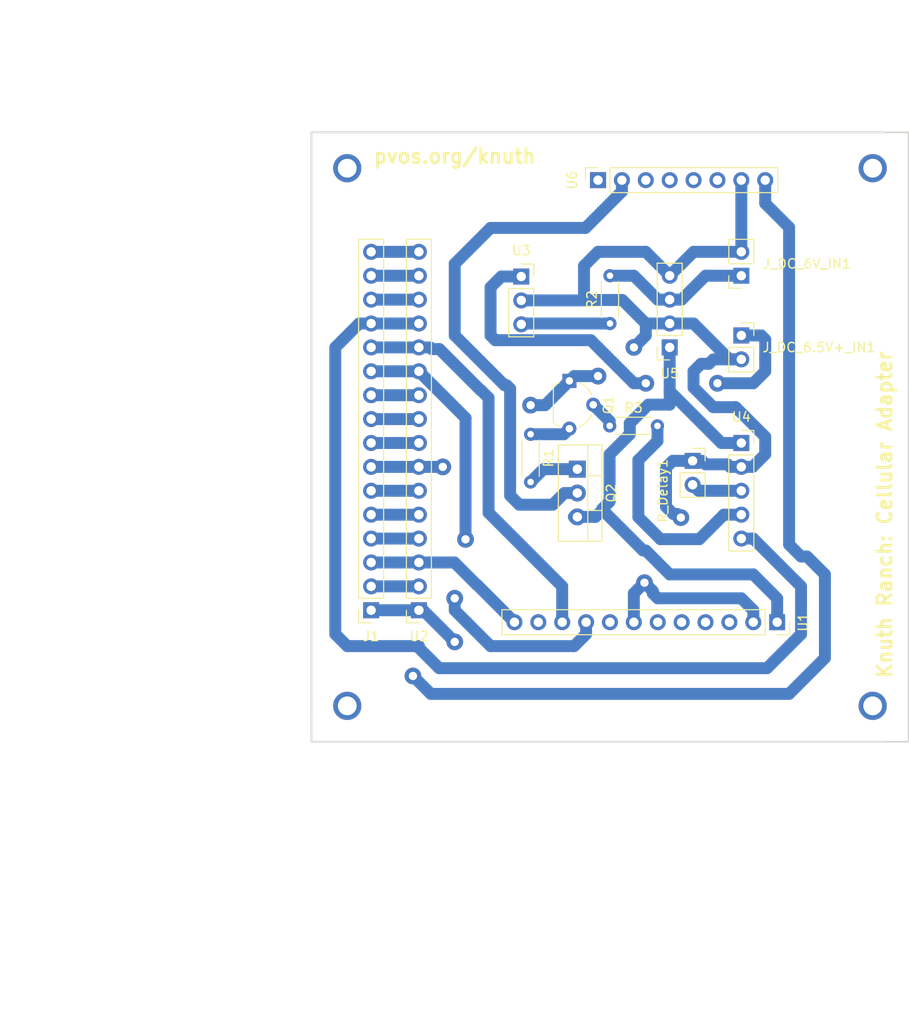
<source format=kicad_pcb>
(kicad_pcb (version 20171130) (host pcbnew 5.0.2-bee76a0~70~ubuntu18.04.1)

  (general
    (thickness 1.6)
    (drawings 37)
    (tracks 204)
    (zones 0)
    (modules 15)
    (nets 27)
  )

  (page A4)
  (layers
    (0 F.Cu signal)
    (31 B.Cu signal)
    (32 B.Adhes user)
    (33 F.Adhes user)
    (34 B.Paste user)
    (35 F.Paste user)
    (36 B.SilkS user)
    (37 F.SilkS user)
    (38 B.Mask user)
    (39 F.Mask user)
    (40 Dwgs.User user)
    (41 Cmts.User user)
    (42 Eco1.User user)
    (43 Eco2.User user)
    (44 Edge.Cuts user)
    (45 Margin user)
    (46 B.CrtYd user)
    (47 F.CrtYd user)
    (48 B.Fab user)
    (49 F.Fab user)
  )

  (setup
    (last_trace_width 1.27)
    (user_trace_width 0.254)
    (user_trace_width 0.381)
    (user_trace_width 0.635)
    (user_trace_width 1.27)
    (user_trace_width 1.905)
    (user_trace_width 2.54)
    (trace_clearance 0.2)
    (zone_clearance 0.508)
    (zone_45_only no)
    (trace_min 0.2)
    (segment_width 0.2)
    (edge_width 0.15)
    (via_size 1.778)
    (via_drill 0.889)
    (via_min_size 0.4)
    (via_min_drill 0.508)
    (uvia_size 0.3)
    (uvia_drill 0.1)
    (uvias_allowed no)
    (uvia_min_size 0.2)
    (uvia_min_drill 0.1)
    (pcb_text_width 0.3)
    (pcb_text_size 1.5 1.5)
    (mod_edge_width 0.15)
    (mod_text_size 1 1)
    (mod_text_width 0.15)
    (pad_size 1.4 1.4)
    (pad_drill 0.7)
    (pad_to_mask_clearance 0.051)
    (solder_mask_min_width 0.25)
    (aux_axis_origin 0 0)
    (visible_elements FFFDFF7F)
    (pcbplotparams
      (layerselection 0x010fc_ffffffff)
      (usegerberextensions false)
      (usegerberattributes false)
      (usegerberadvancedattributes false)
      (creategerberjobfile false)
      (excludeedgelayer true)
      (linewidth 0.100000)
      (plotframeref false)
      (viasonmask false)
      (mode 1)
      (useauxorigin false)
      (hpglpennumber 1)
      (hpglpenspeed 20)
      (hpglpendiameter 15.000000)
      (psnegative false)
      (psa4output false)
      (plotreference true)
      (plotvalue true)
      (plotinvisibletext false)
      (padsonsilk false)
      (subtractmaskfromsilk false)
      (outputformat 1)
      (mirror false)
      (drillshape 0)
      (scaleselection 1)
      (outputdirectory "gerb/"))
  )

  (net 0 "")
  (net 1 "Net-(J_DC_6.5V+_IN1-Pad1)")
  (net 2 GND)
  (net 3 "Net-(J_DC_6V_IN1-Pad1)")
  (net 4 "Net-(Q2-Pad1)")
  (net 5 "Net-(R2-Pad1)")
  (net 6 "Net-(R3-Pad2)")
  (net 7 "Net-(Q1-Pad2)")
  (net 8 "Net-(R_Delay1-Pad2)")
  (net 9 +BATT)
  (net 10 "Net-(Q2-Pad2)")
  (net 11 "Net-(J1-Pad3)")
  (net 12 "Net-(J1-Pad12)")
  (net 13 "Net-(J1-Pad11)")
  (net 14 "Net-(J1-Pad16)")
  (net 15 "Net-(J1-Pad15)")
  (net 16 "Net-(J1-Pad14)")
  (net 17 "Net-(J1-Pad13)")
  (net 18 "Net-(J1-Pad10)")
  (net 19 "Net-(J1-Pad9)")
  (net 20 "Net-(J1-Pad8)")
  (net 21 "Net-(J1-Pad6)")
  (net 22 "Net-(J1-Pad5)")
  (net 23 "Net-(J1-Pad4)")
  (net 24 "Net-(J1-Pad2)")
  (net 25 "Net-(J1-Pad1)")
  (net 26 "Net-(Q1-Pad3)")

  (net_class Default "This is the default net class."
    (clearance 0.2)
    (trace_width 0.25)
    (via_dia 1.778)
    (via_drill 0.889)
    (uvia_dia 0.3)
    (uvia_drill 0.1)
    (add_net +BATT)
    (add_net GND)
    (add_net "Net-(J1-Pad1)")
    (add_net "Net-(J1-Pad10)")
    (add_net "Net-(J1-Pad11)")
    (add_net "Net-(J1-Pad12)")
    (add_net "Net-(J1-Pad13)")
    (add_net "Net-(J1-Pad14)")
    (add_net "Net-(J1-Pad15)")
    (add_net "Net-(J1-Pad16)")
    (add_net "Net-(J1-Pad2)")
    (add_net "Net-(J1-Pad3)")
    (add_net "Net-(J1-Pad4)")
    (add_net "Net-(J1-Pad5)")
    (add_net "Net-(J1-Pad6)")
    (add_net "Net-(J1-Pad8)")
    (add_net "Net-(J1-Pad9)")
    (add_net "Net-(J_DC_6.5V+_IN1-Pad1)")
    (add_net "Net-(J_DC_6V_IN1-Pad1)")
    (add_net "Net-(Q1-Pad2)")
    (add_net "Net-(Q1-Pad3)")
    (add_net "Net-(Q2-Pad1)")
    (add_net "Net-(Q2-Pad2)")
    (add_net "Net-(R2-Pad1)")
    (add_net "Net-(R3-Pad2)")
    (add_net "Net-(R_Delay1-Pad2)")
  )

  (module Connector_PinSocket_2.54mm:PinSocket_1x02_P2.54mm_Vertical (layer F.Cu) (tedit 5A19A420) (tstamp 5D1A7A85)
    (at 254 77.47)
    (descr "Through hole straight socket strip, 1x02, 2.54mm pitch, single row (from Kicad 4.0.7), script generated")
    (tags "Through hole socket strip THT 1x02 2.54mm single row")
    (path /5D1BF711)
    (fp_text reference J_DC_6.5V+_IN1 (at 8.255 1.27 180) (layer F.SilkS)
      (effects (font (size 1 1) (thickness 0.15)))
    )
    (fp_text value Conn_01x02_Female (at 0 5.31) (layer F.Fab)
      (effects (font (size 1 1) (thickness 0.15)))
    )
    (fp_line (start -1.27 -1.27) (end 0.635 -1.27) (layer F.Fab) (width 0.1))
    (fp_line (start 0.635 -1.27) (end 1.27 -0.635) (layer F.Fab) (width 0.1))
    (fp_line (start 1.27 -0.635) (end 1.27 3.81) (layer F.Fab) (width 0.1))
    (fp_line (start 1.27 3.81) (end -1.27 3.81) (layer F.Fab) (width 0.1))
    (fp_line (start -1.27 3.81) (end -1.27 -1.27) (layer F.Fab) (width 0.1))
    (fp_line (start -1.33 1.27) (end 1.33 1.27) (layer F.SilkS) (width 0.12))
    (fp_line (start -1.33 1.27) (end -1.33 3.87) (layer F.SilkS) (width 0.12))
    (fp_line (start -1.33 3.87) (end 1.33 3.87) (layer F.SilkS) (width 0.12))
    (fp_line (start 1.33 1.27) (end 1.33 3.87) (layer F.SilkS) (width 0.12))
    (fp_line (start 1.33 -1.33) (end 1.33 0) (layer F.SilkS) (width 0.12))
    (fp_line (start 0 -1.33) (end 1.33 -1.33) (layer F.SilkS) (width 0.12))
    (fp_line (start -1.8 -1.8) (end 1.75 -1.8) (layer F.CrtYd) (width 0.05))
    (fp_line (start 1.75 -1.8) (end 1.75 4.3) (layer F.CrtYd) (width 0.05))
    (fp_line (start 1.75 4.3) (end -1.8 4.3) (layer F.CrtYd) (width 0.05))
    (fp_line (start -1.8 4.3) (end -1.8 -1.8) (layer F.CrtYd) (width 0.05))
    (fp_text user %R (at 0 1.27 90) (layer F.Fab)
      (effects (font (size 1 1) (thickness 0.15)))
    )
    (pad 1 thru_hole rect (at 0 0) (size 1.7 1.7) (drill 1) (layers *.Cu *.Mask)
      (net 1 "Net-(J_DC_6.5V+_IN1-Pad1)"))
    (pad 2 thru_hole oval (at 0 2.54) (size 1.7 1.7) (drill 1) (layers *.Cu *.Mask)
      (net 2 GND))
    (model ${KISYS3DMOD}/Connector_PinSocket_2.54mm.3dshapes/PinSocket_1x02_P2.54mm_Vertical.wrl
      (at (xyz 0 0 0))
      (scale (xyz 1 1 1))
      (rotate (xyz 0 0 0))
    )
  )

  (module Connector_PinSocket_2.54mm:PinSocket_1x02_P2.54mm_Vertical (layer F.Cu) (tedit 5A19A420) (tstamp 5D26F7CA)
    (at 254 71.12 180)
    (descr "Through hole straight socket strip, 1x02, 2.54mm pitch, single row (from Kicad 4.0.7), script generated")
    (tags "Through hole socket strip THT 1x02 2.54mm single row")
    (path /5D1B33C1)
    (fp_text reference J_DC_6V_IN1 (at -6.985 1.27 180) (layer F.SilkS)
      (effects (font (size 1 1) (thickness 0.15)))
    )
    (fp_text value Conn_01x02_Female (at 0 5.31 180) (layer F.Fab)
      (effects (font (size 1 1) (thickness 0.15)))
    )
    (fp_text user %R (at 0 1.27 270) (layer F.Fab)
      (effects (font (size 1 1) (thickness 0.15)))
    )
    (fp_line (start -1.8 4.3) (end -1.8 -1.8) (layer F.CrtYd) (width 0.05))
    (fp_line (start 1.75 4.3) (end -1.8 4.3) (layer F.CrtYd) (width 0.05))
    (fp_line (start 1.75 -1.8) (end 1.75 4.3) (layer F.CrtYd) (width 0.05))
    (fp_line (start -1.8 -1.8) (end 1.75 -1.8) (layer F.CrtYd) (width 0.05))
    (fp_line (start 0 -1.33) (end 1.33 -1.33) (layer F.SilkS) (width 0.12))
    (fp_line (start 1.33 -1.33) (end 1.33 0) (layer F.SilkS) (width 0.12))
    (fp_line (start 1.33 1.27) (end 1.33 3.87) (layer F.SilkS) (width 0.12))
    (fp_line (start -1.33 3.87) (end 1.33 3.87) (layer F.SilkS) (width 0.12))
    (fp_line (start -1.33 1.27) (end -1.33 3.87) (layer F.SilkS) (width 0.12))
    (fp_line (start -1.33 1.27) (end 1.33 1.27) (layer F.SilkS) (width 0.12))
    (fp_line (start -1.27 3.81) (end -1.27 -1.27) (layer F.Fab) (width 0.1))
    (fp_line (start 1.27 3.81) (end -1.27 3.81) (layer F.Fab) (width 0.1))
    (fp_line (start 1.27 -0.635) (end 1.27 3.81) (layer F.Fab) (width 0.1))
    (fp_line (start 0.635 -1.27) (end 1.27 -0.635) (layer F.Fab) (width 0.1))
    (fp_line (start -1.27 -1.27) (end 0.635 -1.27) (layer F.Fab) (width 0.1))
    (pad 2 thru_hole oval (at 0 2.54 180) (size 1.7 1.7) (drill 1) (layers *.Cu *.Mask)
      (net 2 GND))
    (pad 1 thru_hole rect (at 0 0 180) (size 1.7 1.7) (drill 1) (layers *.Cu *.Mask)
      (net 3 "Net-(J_DC_6V_IN1-Pad1)"))
    (model ${KISYS3DMOD}/Connector_PinSocket_2.54mm.3dshapes/PinSocket_1x02_P2.54mm_Vertical.wrl
      (at (xyz 0 0 0))
      (scale (xyz 1 1 1))
      (rotate (xyz 0 0 0))
    )
  )

  (module Resistor_THT:R_Axial_DIN0204_L3.6mm_D1.6mm_P5.08mm_Horizontal (layer F.Cu) (tedit 5AE5139B) (tstamp 5D26F7DD)
    (at 231.59 93.05 90)
    (descr "Resistor, Axial_DIN0204 series, Axial, Horizontal, pin pitch=5.08mm, 0.167W, length*diameter=3.6*1.6mm^2, http://cdn-reichelt.de/documents/datenblatt/B400/1_4W%23YAG.pdf")
    (tags "Resistor Axial_DIN0204 series Axial Horizontal pin pitch 5.08mm 0.167W length 3.6mm diameter 1.6mm")
    (path /5D190899)
    (fp_text reference R1 (at 2.54 1.905 90) (layer F.SilkS)
      (effects (font (size 1 1) (thickness 0.15)))
    )
    (fp_text value R (at 2.54 1.92 90) (layer F.Fab)
      (effects (font (size 1 1) (thickness 0.15)))
    )
    (fp_line (start 0.74 -0.8) (end 0.74 0.8) (layer F.Fab) (width 0.1))
    (fp_line (start 0.74 0.8) (end 4.34 0.8) (layer F.Fab) (width 0.1))
    (fp_line (start 4.34 0.8) (end 4.34 -0.8) (layer F.Fab) (width 0.1))
    (fp_line (start 4.34 -0.8) (end 0.74 -0.8) (layer F.Fab) (width 0.1))
    (fp_line (start 0 0) (end 0.74 0) (layer F.Fab) (width 0.1))
    (fp_line (start 5.08 0) (end 4.34 0) (layer F.Fab) (width 0.1))
    (fp_line (start 0.62 -0.92) (end 4.46 -0.92) (layer F.SilkS) (width 0.12))
    (fp_line (start 0.62 0.92) (end 4.46 0.92) (layer F.SilkS) (width 0.12))
    (fp_line (start -0.95 -1.05) (end -0.95 1.05) (layer F.CrtYd) (width 0.05))
    (fp_line (start -0.95 1.05) (end 6.03 1.05) (layer F.CrtYd) (width 0.05))
    (fp_line (start 6.03 1.05) (end 6.03 -1.05) (layer F.CrtYd) (width 0.05))
    (fp_line (start 6.03 -1.05) (end -0.95 -1.05) (layer F.CrtYd) (width 0.05))
    (fp_text user %R (at 2.54 0 90) (layer F.Fab)
      (effects (font (size 0.72 0.72) (thickness 0.108)))
    )
    (pad 1 thru_hole circle (at 0 0 90) (size 1.4 1.4) (drill 0.7) (layers *.Cu *.Mask)
      (net 4 "Net-(Q2-Pad1)"))
    (pad 2 thru_hole oval (at 5.08 0 90) (size 1.4 1.4) (drill 0.7) (layers *.Cu *.Mask)
      (net 26 "Net-(Q1-Pad3)"))
    (model ${KISYS3DMOD}/Resistor_THT.3dshapes/R_Axial_DIN0204_L3.6mm_D1.6mm_P5.08mm_Horizontal.wrl
      (at (xyz 0 0 0))
      (scale (xyz 1 1 1))
      (rotate (xyz 0 0 0))
    )
  )

  (module Resistor_THT:R_Axial_DIN0204_L3.6mm_D1.6mm_P5.08mm_Horizontal (layer F.Cu) (tedit 5D1A83D7) (tstamp 5D270B33)
    (at 240.03 76.2 90)
    (descr "Resistor, Axial_DIN0204 series, Axial, Horizontal, pin pitch=5.08mm, 0.167W, length*diameter=3.6*1.6mm^2, http://cdn-reichelt.de/documents/datenblatt/B400/1_4W%23YAG.pdf")
    (tags "Resistor Axial_DIN0204 series Axial Horizontal pin pitch 5.08mm 0.167W length 3.6mm diameter 1.6mm")
    (path /5D1CAEE6)
    (fp_text reference R2 (at 2.54 -1.92 90) (layer F.SilkS)
      (effects (font (size 1 1) (thickness 0.15)))
    )
    (fp_text value R (at 2.54 1.92 90) (layer F.Fab)
      (effects (font (size 1 1) (thickness 0.15)))
    )
    (fp_line (start 0.74 -0.8) (end 0.74 0.8) (layer F.Fab) (width 0.1))
    (fp_line (start 0.74 0.8) (end 4.34 0.8) (layer F.Fab) (width 0.1))
    (fp_line (start 4.34 0.8) (end 4.34 -0.8) (layer F.Fab) (width 0.1))
    (fp_line (start 4.34 -0.8) (end 0.74 -0.8) (layer F.Fab) (width 0.1))
    (fp_line (start 0 0) (end 0.74 0) (layer F.Fab) (width 0.1))
    (fp_line (start 5.08 0) (end 4.34 0) (layer F.Fab) (width 0.1))
    (fp_line (start 0.62 -0.92) (end 4.46 -0.92) (layer F.SilkS) (width 0.12))
    (fp_line (start 0.62 0.92) (end 4.46 0.92) (layer F.SilkS) (width 0.12))
    (fp_line (start -0.95 -1.05) (end -0.95 1.05) (layer F.CrtYd) (width 0.05))
    (fp_line (start -0.95 1.05) (end 6.03 1.05) (layer F.CrtYd) (width 0.05))
    (fp_line (start 6.03 1.05) (end 6.03 -1.05) (layer F.CrtYd) (width 0.05))
    (fp_line (start 6.03 -1.05) (end -0.95 -1.05) (layer F.CrtYd) (width 0.05))
    (fp_text user %R (at 2.54 0 90) (layer F.Fab)
      (effects (font (size 0.72 0.72) (thickness 0.108)))
    )
    (pad 1 thru_hole circle (at 0 0 90) (size 1.4 1.4) (drill 0.7) (layers *.Cu *.Mask)
      (net 5 "Net-(R2-Pad1)"))
    (pad 2 thru_hole oval (at 5.08 0 90) (size 1.4 1.4) (drill 0.7) (layers *.Cu *.Mask)
      (net 3 "Net-(J_DC_6V_IN1-Pad1)"))
    (model ${KISYS3DMOD}/Resistor_THT.3dshapes/R_Axial_DIN0204_L3.6mm_D1.6mm_P5.08mm_Horizontal.wrl
      (at (xyz 0 0 0))
      (scale (xyz 1 1 1))
      (rotate (xyz 0 0 0))
    )
  )

  (module Resistor_THT:R_Axial_DIN0204_L3.6mm_D1.6mm_P5.08mm_Horizontal (layer F.Cu) (tedit 5AE5139B) (tstamp 5D27141F)
    (at 240 87.08)
    (descr "Resistor, Axial_DIN0204 series, Axial, Horizontal, pin pitch=5.08mm, 0.167W, length*diameter=3.6*1.6mm^2, http://cdn-reichelt.de/documents/datenblatt/B400/1_4W%23YAG.pdf")
    (tags "Resistor Axial_DIN0204 series Axial Horizontal pin pitch 5.08mm 0.167W length 3.6mm diameter 1.6mm")
    (path /5D198BCF)
    (fp_text reference R3 (at 2.54 -1.92) (layer F.SilkS)
      (effects (font (size 1 1) (thickness 0.15)))
    )
    (fp_text value R (at 2.54 1.92) (layer F.Fab)
      (effects (font (size 1 1) (thickness 0.15)))
    )
    (fp_text user %R (at 2.54 0) (layer F.Fab)
      (effects (font (size 0.72 0.72) (thickness 0.108)))
    )
    (fp_line (start 6.03 -1.05) (end -0.95 -1.05) (layer F.CrtYd) (width 0.05))
    (fp_line (start 6.03 1.05) (end 6.03 -1.05) (layer F.CrtYd) (width 0.05))
    (fp_line (start -0.95 1.05) (end 6.03 1.05) (layer F.CrtYd) (width 0.05))
    (fp_line (start -0.95 -1.05) (end -0.95 1.05) (layer F.CrtYd) (width 0.05))
    (fp_line (start 0.62 0.92) (end 4.46 0.92) (layer F.SilkS) (width 0.12))
    (fp_line (start 0.62 -0.92) (end 4.46 -0.92) (layer F.SilkS) (width 0.12))
    (fp_line (start 5.08 0) (end 4.34 0) (layer F.Fab) (width 0.1))
    (fp_line (start 0 0) (end 0.74 0) (layer F.Fab) (width 0.1))
    (fp_line (start 4.34 -0.8) (end 0.74 -0.8) (layer F.Fab) (width 0.1))
    (fp_line (start 4.34 0.8) (end 4.34 -0.8) (layer F.Fab) (width 0.1))
    (fp_line (start 0.74 0.8) (end 4.34 0.8) (layer F.Fab) (width 0.1))
    (fp_line (start 0.74 -0.8) (end 0.74 0.8) (layer F.Fab) (width 0.1))
    (pad 2 thru_hole oval (at 5.08 0) (size 1.4 1.4) (drill 0.7) (layers *.Cu *.Mask)
      (net 6 "Net-(R3-Pad2)"))
    (pad 1 thru_hole circle (at 0 0) (size 1.4 1.4) (drill 0.7) (layers *.Cu *.Mask)
      (net 7 "Net-(Q1-Pad2)"))
    (model ${KISYS3DMOD}/Resistor_THT.3dshapes/R_Axial_DIN0204_L3.6mm_D1.6mm_P5.08mm_Horizontal.wrl
      (at (xyz 0 0 0))
      (scale (xyz 1 1 1))
      (rotate (xyz 0 0 0))
    )
  )

  (module Connector_PinSocket_2.54mm:PinSocket_1x02_P2.54mm_Vertical (layer F.Cu) (tedit 5A19A420) (tstamp 5D26FF4A)
    (at 248.82 90.8)
    (descr "Through hole straight socket strip, 1x02, 2.54mm pitch, single row (from Kicad 4.0.7), script generated")
    (tags "Through hole socket strip THT 1x02 2.54mm single row")
    (path /5D197A39)
    (fp_text reference R_Delay1 (at -3.175 3.175 90) (layer F.SilkS)
      (effects (font (size 1 1) (thickness 0.15)))
    )
    (fp_text value Conn_01x02_Female (at 0 5.31) (layer F.Fab)
      (effects (font (size 1 1) (thickness 0.15)))
    )
    (fp_line (start -1.27 -1.27) (end 0.635 -1.27) (layer F.Fab) (width 0.1))
    (fp_line (start 0.635 -1.27) (end 1.27 -0.635) (layer F.Fab) (width 0.1))
    (fp_line (start 1.27 -0.635) (end 1.27 3.81) (layer F.Fab) (width 0.1))
    (fp_line (start 1.27 3.81) (end -1.27 3.81) (layer F.Fab) (width 0.1))
    (fp_line (start -1.27 3.81) (end -1.27 -1.27) (layer F.Fab) (width 0.1))
    (fp_line (start -1.33 1.27) (end 1.33 1.27) (layer F.SilkS) (width 0.12))
    (fp_line (start -1.33 1.27) (end -1.33 3.87) (layer F.SilkS) (width 0.12))
    (fp_line (start -1.33 3.87) (end 1.33 3.87) (layer F.SilkS) (width 0.12))
    (fp_line (start 1.33 1.27) (end 1.33 3.87) (layer F.SilkS) (width 0.12))
    (fp_line (start 1.33 -1.33) (end 1.33 0) (layer F.SilkS) (width 0.12))
    (fp_line (start 0 -1.33) (end 1.33 -1.33) (layer F.SilkS) (width 0.12))
    (fp_line (start -1.8 -1.8) (end 1.75 -1.8) (layer F.CrtYd) (width 0.05))
    (fp_line (start 1.75 -1.8) (end 1.75 4.3) (layer F.CrtYd) (width 0.05))
    (fp_line (start 1.75 4.3) (end -1.8 4.3) (layer F.CrtYd) (width 0.05))
    (fp_line (start -1.8 4.3) (end -1.8 -1.8) (layer F.CrtYd) (width 0.05))
    (fp_text user %R (at 0 1.27 90) (layer F.Fab)
      (effects (font (size 1 1) (thickness 0.15)))
    )
    (pad 1 thru_hole rect (at 0 0) (size 1.7 1.7) (drill 1) (layers *.Cu *.Mask)
      (net 2 GND))
    (pad 2 thru_hole oval (at 0 2.54) (size 1.7 1.7) (drill 1) (layers *.Cu *.Mask)
      (net 8 "Net-(R_Delay1-Pad2)"))
    (model ${KISYS3DMOD}/Connector_PinSocket_2.54mm.3dshapes/PinSocket_1x02_P2.54mm_Vertical.wrl
      (at (xyz 0 0 0))
      (scale (xyz 1 1 1))
      (rotate (xyz 0 0 0))
    )
  )

  (module Connector_PinSocket_2.54mm:PinSocket_1x16_P2.54mm_Vertical (layer F.Cu) (tedit 5A19A41E) (tstamp 5D26F861)
    (at 219.71 106.68 180)
    (descr "Through hole straight socket strip, 1x16, 2.54mm pitch, single row (from Kicad 4.0.7), script generated")
    (tags "Through hole socket strip THT 1x16 2.54mm single row")
    (path /5D19C257)
    (fp_text reference U2 (at 0 -2.77 180) (layer F.SilkS)
      (effects (font (size 1 1) (thickness 0.15)))
    )
    (fp_text value Q_RHS (at 0 40.87 180) (layer F.Fab)
      (effects (font (size 1 1) (thickness 0.15)))
    )
    (fp_text user %R (at 0 19.05 270) (layer F.Fab)
      (effects (font (size 1 1) (thickness 0.15)))
    )
    (fp_line (start -1.8 39.9) (end -1.8 -1.8) (layer F.CrtYd) (width 0.05))
    (fp_line (start 1.75 39.9) (end -1.8 39.9) (layer F.CrtYd) (width 0.05))
    (fp_line (start 1.75 -1.8) (end 1.75 39.9) (layer F.CrtYd) (width 0.05))
    (fp_line (start -1.8 -1.8) (end 1.75 -1.8) (layer F.CrtYd) (width 0.05))
    (fp_line (start 0 -1.33) (end 1.33 -1.33) (layer F.SilkS) (width 0.12))
    (fp_line (start 1.33 -1.33) (end 1.33 0) (layer F.SilkS) (width 0.12))
    (fp_line (start 1.33 1.27) (end 1.33 39.43) (layer F.SilkS) (width 0.12))
    (fp_line (start -1.33 39.43) (end 1.33 39.43) (layer F.SilkS) (width 0.12))
    (fp_line (start -1.33 1.27) (end -1.33 39.43) (layer F.SilkS) (width 0.12))
    (fp_line (start -1.33 1.27) (end 1.33 1.27) (layer F.SilkS) (width 0.12))
    (fp_line (start -1.27 39.37) (end -1.27 -1.27) (layer F.Fab) (width 0.1))
    (fp_line (start 1.27 39.37) (end -1.27 39.37) (layer F.Fab) (width 0.1))
    (fp_line (start 1.27 -0.635) (end 1.27 39.37) (layer F.Fab) (width 0.1))
    (fp_line (start 0.635 -1.27) (end 1.27 -0.635) (layer F.Fab) (width 0.1))
    (fp_line (start -1.27 -1.27) (end 0.635 -1.27) (layer F.Fab) (width 0.1))
    (pad 16 thru_hole oval (at 0 38.1 180) (size 1.7 1.7) (drill 1) (layers *.Cu *.Mask)
      (net 14 "Net-(J1-Pad16)"))
    (pad 15 thru_hole oval (at 0 35.56 180) (size 1.7 1.7) (drill 1) (layers *.Cu *.Mask)
      (net 15 "Net-(J1-Pad15)"))
    (pad 14 thru_hole oval (at 0 33.02 180) (size 1.7 1.7) (drill 1) (layers *.Cu *.Mask)
      (net 16 "Net-(J1-Pad14)"))
    (pad 13 thru_hole oval (at 0 30.48 180) (size 1.7 1.7) (drill 1) (layers *.Cu *.Mask)
      (net 17 "Net-(J1-Pad13)"))
    (pad 12 thru_hole oval (at 0 27.94 180) (size 1.7 1.7) (drill 1) (layers *.Cu *.Mask)
      (net 12 "Net-(J1-Pad12)"))
    (pad 11 thru_hole oval (at 0 25.4 180) (size 1.7 1.7) (drill 1) (layers *.Cu *.Mask)
      (net 13 "Net-(J1-Pad11)"))
    (pad 10 thru_hole oval (at 0 22.86 180) (size 1.7 1.7) (drill 1) (layers *.Cu *.Mask)
      (net 18 "Net-(J1-Pad10)"))
    (pad 9 thru_hole oval (at 0 20.32 180) (size 1.7 1.7) (drill 1) (layers *.Cu *.Mask)
      (net 19 "Net-(J1-Pad9)"))
    (pad 8 thru_hole oval (at 0 17.78 180) (size 1.7 1.7) (drill 1) (layers *.Cu *.Mask)
      (net 20 "Net-(J1-Pad8)"))
    (pad 7 thru_hole oval (at 0 15.24 180) (size 1.7 1.7) (drill 1) (layers *.Cu *.Mask)
      (net 2 GND))
    (pad 6 thru_hole oval (at 0 12.7 180) (size 1.7 1.7) (drill 1) (layers *.Cu *.Mask)
      (net 21 "Net-(J1-Pad6)"))
    (pad 5 thru_hole oval (at 0 10.16 180) (size 1.7 1.7) (drill 1) (layers *.Cu *.Mask)
      (net 22 "Net-(J1-Pad5)"))
    (pad 4 thru_hole oval (at 0 7.62 180) (size 1.7 1.7) (drill 1) (layers *.Cu *.Mask)
      (net 23 "Net-(J1-Pad4)"))
    (pad 3 thru_hole oval (at 0 5.08 180) (size 1.7 1.7) (drill 1) (layers *.Cu *.Mask)
      (net 11 "Net-(J1-Pad3)"))
    (pad 2 thru_hole oval (at 0 2.54 180) (size 1.7 1.7) (drill 1) (layers *.Cu *.Mask)
      (net 24 "Net-(J1-Pad2)"))
    (pad 1 thru_hole rect (at 0 0 180) (size 1.7 1.7) (drill 1) (layers *.Cu *.Mask)
      (net 25 "Net-(J1-Pad1)"))
    (model ${KISYS3DMOD}/Connector_PinSocket_2.54mm.3dshapes/PinSocket_1x16_P2.54mm_Vertical.wrl
      (at (xyz 0 0 0))
      (scale (xyz 1 1 1))
      (rotate (xyz 0 0 0))
    )
  )

  (module Connector_PinSocket_2.54mm:PinSocket_1x03_P2.54mm_Vertical (layer F.Cu) (tedit 5A19A429) (tstamp 5D26F878)
    (at 230.596529 71.205865)
    (descr "Through hole straight socket strip, 1x03, 2.54mm pitch, single row (from Kicad 4.0.7), script generated")
    (tags "Through hole socket strip THT 1x03 2.54mm single row")
    (path /5D1B5FD5)
    (fp_text reference U3 (at 0 -2.77) (layer F.SilkS)
      (effects (font (size 1 1) (thickness 0.15)))
    )
    (fp_text value CUI_5V_SWITCHING (at 0 7.85) (layer F.Fab)
      (effects (font (size 1 1) (thickness 0.15)))
    )
    (fp_line (start -1.27 -1.27) (end 0.635 -1.27) (layer F.Fab) (width 0.1))
    (fp_line (start 0.635 -1.27) (end 1.27 -0.635) (layer F.Fab) (width 0.1))
    (fp_line (start 1.27 -0.635) (end 1.27 6.35) (layer F.Fab) (width 0.1))
    (fp_line (start 1.27 6.35) (end -1.27 6.35) (layer F.Fab) (width 0.1))
    (fp_line (start -1.27 6.35) (end -1.27 -1.27) (layer F.Fab) (width 0.1))
    (fp_line (start -1.33 1.27) (end 1.33 1.27) (layer F.SilkS) (width 0.12))
    (fp_line (start -1.33 1.27) (end -1.33 6.41) (layer F.SilkS) (width 0.12))
    (fp_line (start -1.33 6.41) (end 1.33 6.41) (layer F.SilkS) (width 0.12))
    (fp_line (start 1.33 1.27) (end 1.33 6.41) (layer F.SilkS) (width 0.12))
    (fp_line (start 1.33 -1.33) (end 1.33 0) (layer F.SilkS) (width 0.12))
    (fp_line (start 0 -1.33) (end 1.33 -1.33) (layer F.SilkS) (width 0.12))
    (fp_line (start -1.8 -1.8) (end 1.75 -1.8) (layer F.CrtYd) (width 0.05))
    (fp_line (start 1.75 -1.8) (end 1.75 6.85) (layer F.CrtYd) (width 0.05))
    (fp_line (start 1.75 6.85) (end -1.8 6.85) (layer F.CrtYd) (width 0.05))
    (fp_line (start -1.8 6.85) (end -1.8 -1.8) (layer F.CrtYd) (width 0.05))
    (fp_text user %R (at 0 2.54 -270) (layer F.Fab)
      (effects (font (size 1 1) (thickness 0.15)))
    )
    (pad 1 thru_hole rect (at 0 0) (size 1.7 1.7) (drill 1) (layers *.Cu *.Mask)
      (net 1 "Net-(J_DC_6.5V+_IN1-Pad1)"))
    (pad 2 thru_hole oval (at 0 2.54) (size 1.7 1.7) (drill 1) (layers *.Cu *.Mask)
      (net 2 GND))
    (pad 3 thru_hole oval (at 0 5.08) (size 1.7 1.7) (drill 1) (layers *.Cu *.Mask)
      (net 5 "Net-(R2-Pad1)"))
    (model ${KISYS3DMOD}/Connector_PinSocket_2.54mm.3dshapes/PinSocket_1x03_P2.54mm_Vertical.wrl
      (at (xyz 0 0 0))
      (scale (xyz 1 1 1))
      (rotate (xyz 0 0 0))
    )
  )

  (module Connector_PinSocket_2.54mm:PinSocket_1x05_P2.54mm_Vertical (layer F.Cu) (tedit 5A19A420) (tstamp 5D2702E4)
    (at 254 88.9)
    (descr "Through hole straight socket strip, 1x05, 2.54mm pitch, single row (from Kicad 4.0.7), script generated")
    (tags "Through hole socket strip THT 1x05 2.54mm single row")
    (path /5D196517)
    (fp_text reference U4 (at 0 -2.77) (layer F.SilkS)
      (effects (font (size 1 1) (thickness 0.15)))
    )
    (fp_text value tpl5110 (at 0 12.93) (layer F.Fab)
      (effects (font (size 1 1) (thickness 0.15)))
    )
    (fp_line (start -1.27 -1.27) (end 0.635 -1.27) (layer F.Fab) (width 0.1))
    (fp_line (start 0.635 -1.27) (end 1.27 -0.635) (layer F.Fab) (width 0.1))
    (fp_line (start 1.27 -0.635) (end 1.27 11.43) (layer F.Fab) (width 0.1))
    (fp_line (start 1.27 11.43) (end -1.27 11.43) (layer F.Fab) (width 0.1))
    (fp_line (start -1.27 11.43) (end -1.27 -1.27) (layer F.Fab) (width 0.1))
    (fp_line (start -1.33 1.27) (end 1.33 1.27) (layer F.SilkS) (width 0.12))
    (fp_line (start -1.33 1.27) (end -1.33 11.49) (layer F.SilkS) (width 0.12))
    (fp_line (start -1.33 11.49) (end 1.33 11.49) (layer F.SilkS) (width 0.12))
    (fp_line (start 1.33 1.27) (end 1.33 11.49) (layer F.SilkS) (width 0.12))
    (fp_line (start 1.33 -1.33) (end 1.33 0) (layer F.SilkS) (width 0.12))
    (fp_line (start 0 -1.33) (end 1.33 -1.33) (layer F.SilkS) (width 0.12))
    (fp_line (start -1.8 -1.8) (end 1.75 -1.8) (layer F.CrtYd) (width 0.05))
    (fp_line (start 1.75 -1.8) (end 1.75 11.9) (layer F.CrtYd) (width 0.05))
    (fp_line (start 1.75 11.9) (end -1.8 11.9) (layer F.CrtYd) (width 0.05))
    (fp_line (start -1.8 11.9) (end -1.8 -1.8) (layer F.CrtYd) (width 0.05))
    (fp_text user %R (at 0 5.08 -270) (layer F.Fab)
      (effects (font (size 1 1) (thickness 0.15)))
    )
    (pad 1 thru_hole rect (at 0 0) (size 1.7 1.7) (drill 1) (layers *.Cu *.Mask)
      (net 9 +BATT))
    (pad 2 thru_hole oval (at 0 2.54) (size 1.7 1.7) (drill 1) (layers *.Cu *.Mask)
      (net 2 GND))
    (pad 3 thru_hole oval (at 0 5.08) (size 1.7 1.7) (drill 1) (layers *.Cu *.Mask)
      (net 8 "Net-(R_Delay1-Pad2)"))
    (pad 4 thru_hole oval (at 0 7.62) (size 1.7 1.7) (drill 1) (layers *.Cu *.Mask)
      (net 6 "Net-(R3-Pad2)"))
    (pad 5 thru_hole oval (at 0 10.16) (size 1.7 1.7) (drill 1) (layers *.Cu *.Mask)
      (net 17 "Net-(J1-Pad13)"))
    (model ${KISYS3DMOD}/Connector_PinSocket_2.54mm.3dshapes/PinSocket_1x05_P2.54mm_Vertical.wrl
      (at (xyz 0 0 0))
      (scale (xyz 1 1 1))
      (rotate (xyz 0 0 0))
    )
  )

  (module Connector_PinSocket_2.54mm:PinSocket_1x04_P2.54mm_Vertical (layer F.Cu) (tedit 5A19A429) (tstamp 5D1A79D7)
    (at 246.38 78.74 180)
    (descr "Through hole straight socket strip, 1x04, 2.54mm pitch, single row (from Kicad 4.0.7), script generated")
    (tags "Through hole socket strip THT 1x04 2.54mm single row")
    (path /5D196E31)
    (fp_text reference U5 (at 0 -2.77 180) (layer F.SilkS)
      (effects (font (size 1 1) (thickness 0.15)))
    )
    (fp_text value adasolarlipo (at 0 10.39 180) (layer F.Fab)
      (effects (font (size 1 1) (thickness 0.15)))
    )
    (fp_line (start -1.27 -1.27) (end 0.635 -1.27) (layer F.Fab) (width 0.1))
    (fp_line (start 0.635 -1.27) (end 1.27 -0.635) (layer F.Fab) (width 0.1))
    (fp_line (start 1.27 -0.635) (end 1.27 8.89) (layer F.Fab) (width 0.1))
    (fp_line (start 1.27 8.89) (end -1.27 8.89) (layer F.Fab) (width 0.1))
    (fp_line (start -1.27 8.89) (end -1.27 -1.27) (layer F.Fab) (width 0.1))
    (fp_line (start -1.33 1.27) (end 1.33 1.27) (layer F.SilkS) (width 0.12))
    (fp_line (start -1.33 1.27) (end -1.33 8.95) (layer F.SilkS) (width 0.12))
    (fp_line (start -1.33 8.95) (end 1.33 8.95) (layer F.SilkS) (width 0.12))
    (fp_line (start 1.33 1.27) (end 1.33 8.95) (layer F.SilkS) (width 0.12))
    (fp_line (start 1.33 -1.33) (end 1.33 0) (layer F.SilkS) (width 0.12))
    (fp_line (start 0 -1.33) (end 1.33 -1.33) (layer F.SilkS) (width 0.12))
    (fp_line (start -1.8 -1.8) (end 1.75 -1.8) (layer F.CrtYd) (width 0.05))
    (fp_line (start 1.75 -1.8) (end 1.75 9.4) (layer F.CrtYd) (width 0.05))
    (fp_line (start 1.75 9.4) (end -1.8 9.4) (layer F.CrtYd) (width 0.05))
    (fp_line (start -1.8 9.4) (end -1.8 -1.8) (layer F.CrtYd) (width 0.05))
    (fp_text user %R (at 0 3.81 270) (layer F.Fab)
      (effects (font (size 1 1) (thickness 0.15)))
    )
    (pad 1 thru_hole rect (at 0 0 180) (size 1.7 1.7) (drill 1) (layers *.Cu *.Mask)
      (net 9 +BATT))
    (pad 2 thru_hole oval (at 0 2.54 180) (size 1.7 1.7) (drill 1) (layers *.Cu *.Mask)
      (net 2 GND))
    (pad 3 thru_hole oval (at 0 5.08 180) (size 1.7 1.7) (drill 1) (layers *.Cu *.Mask)
      (net 3 "Net-(J_DC_6V_IN1-Pad1)"))
    (pad 4 thru_hole oval (at 0 7.62 180) (size 1.7 1.7) (drill 1) (layers *.Cu *.Mask)
      (net 2 GND))
    (model ${KISYS3DMOD}/Connector_PinSocket_2.54mm.3dshapes/PinSocket_1x04_P2.54mm_Vertical.wrl
      (at (xyz 0 0 0))
      (scale (xyz 1 1 1))
      (rotate (xyz 0 0 0))
    )
  )

  (module Connector_PinSocket_2.54mm:PinSocket_1x16_P2.54mm_Vertical (layer F.Cu) (tedit 5A19A41E) (tstamp 5D270F99)
    (at 214.63 106.68 180)
    (descr "Through hole straight socket strip, 1x16, 2.54mm pitch, single row (from Kicad 4.0.7), script generated")
    (tags "Through hole socket strip THT 1x16 2.54mm single row")
    (path /5D1A8A1E)
    (fp_text reference J1 (at 0 -2.77 180) (layer F.SilkS)
      (effects (font (size 1 1) (thickness 0.15)))
    )
    (fp_text value Conn_01x16_Female (at 0 40.87 180) (layer F.Fab)
      (effects (font (size 1 1) (thickness 0.15)))
    )
    (fp_line (start -1.27 -1.27) (end 0.635 -1.27) (layer F.Fab) (width 0.1))
    (fp_line (start 0.635 -1.27) (end 1.27 -0.635) (layer F.Fab) (width 0.1))
    (fp_line (start 1.27 -0.635) (end 1.27 39.37) (layer F.Fab) (width 0.1))
    (fp_line (start 1.27 39.37) (end -1.27 39.37) (layer F.Fab) (width 0.1))
    (fp_line (start -1.27 39.37) (end -1.27 -1.27) (layer F.Fab) (width 0.1))
    (fp_line (start -1.33 1.27) (end 1.33 1.27) (layer F.SilkS) (width 0.12))
    (fp_line (start -1.33 1.27) (end -1.33 39.43) (layer F.SilkS) (width 0.12))
    (fp_line (start -1.33 39.43) (end 1.33 39.43) (layer F.SilkS) (width 0.12))
    (fp_line (start 1.33 1.27) (end 1.33 39.43) (layer F.SilkS) (width 0.12))
    (fp_line (start 1.33 -1.33) (end 1.33 0) (layer F.SilkS) (width 0.12))
    (fp_line (start 0 -1.33) (end 1.33 -1.33) (layer F.SilkS) (width 0.12))
    (fp_line (start -1.8 -1.8) (end 1.75 -1.8) (layer F.CrtYd) (width 0.05))
    (fp_line (start 1.75 -1.8) (end 1.75 39.9) (layer F.CrtYd) (width 0.05))
    (fp_line (start 1.75 39.9) (end -1.8 39.9) (layer F.CrtYd) (width 0.05))
    (fp_line (start -1.8 39.9) (end -1.8 -1.8) (layer F.CrtYd) (width 0.05))
    (fp_text user %R (at 0 19.05 270) (layer F.Fab)
      (effects (font (size 1 1) (thickness 0.15)))
    )
    (pad 1 thru_hole rect (at 0 0 180) (size 1.7 1.7) (drill 1) (layers *.Cu *.Mask)
      (net 25 "Net-(J1-Pad1)"))
    (pad 2 thru_hole oval (at 0 2.54 180) (size 1.7 1.7) (drill 1) (layers *.Cu *.Mask)
      (net 24 "Net-(J1-Pad2)"))
    (pad 3 thru_hole oval (at 0 5.08 180) (size 1.7 1.7) (drill 1) (layers *.Cu *.Mask)
      (net 11 "Net-(J1-Pad3)"))
    (pad 4 thru_hole oval (at 0 7.62 180) (size 1.7 1.7) (drill 1) (layers *.Cu *.Mask)
      (net 23 "Net-(J1-Pad4)"))
    (pad 5 thru_hole oval (at 0 10.16 180) (size 1.7 1.7) (drill 1) (layers *.Cu *.Mask)
      (net 22 "Net-(J1-Pad5)"))
    (pad 6 thru_hole oval (at 0 12.7 180) (size 1.7 1.7) (drill 1) (layers *.Cu *.Mask)
      (net 21 "Net-(J1-Pad6)"))
    (pad 7 thru_hole oval (at 0 15.24 180) (size 1.7 1.7) (drill 1) (layers *.Cu *.Mask)
      (net 2 GND))
    (pad 8 thru_hole oval (at 0 17.78 180) (size 1.7 1.7) (drill 1) (layers *.Cu *.Mask)
      (net 20 "Net-(J1-Pad8)"))
    (pad 9 thru_hole oval (at 0 20.32 180) (size 1.7 1.7) (drill 1) (layers *.Cu *.Mask)
      (net 19 "Net-(J1-Pad9)"))
    (pad 10 thru_hole oval (at 0 22.86 180) (size 1.7 1.7) (drill 1) (layers *.Cu *.Mask)
      (net 18 "Net-(J1-Pad10)"))
    (pad 11 thru_hole oval (at 0 25.4 180) (size 1.7 1.7) (drill 1) (layers *.Cu *.Mask)
      (net 13 "Net-(J1-Pad11)"))
    (pad 12 thru_hole oval (at 0 27.94 180) (size 1.7 1.7) (drill 1) (layers *.Cu *.Mask)
      (net 12 "Net-(J1-Pad12)"))
    (pad 13 thru_hole oval (at 0 30.48 180) (size 1.7 1.7) (drill 1) (layers *.Cu *.Mask)
      (net 17 "Net-(J1-Pad13)"))
    (pad 14 thru_hole oval (at 0 33.02 180) (size 1.7 1.7) (drill 1) (layers *.Cu *.Mask)
      (net 16 "Net-(J1-Pad14)"))
    (pad 15 thru_hole oval (at 0 35.56 180) (size 1.7 1.7) (drill 1) (layers *.Cu *.Mask)
      (net 15 "Net-(J1-Pad15)"))
    (pad 16 thru_hole oval (at 0 38.1 180) (size 1.7 1.7) (drill 1) (layers *.Cu *.Mask)
      (net 14 "Net-(J1-Pad16)"))
    (model ${KISYS3DMOD}/Connector_PinSocket_2.54mm.3dshapes/PinSocket_1x16_P2.54mm_Vertical.wrl
      (at (xyz 0 0 0))
      (scale (xyz 1 1 1))
      (rotate (xyz 0 0 0))
    )
  )

  (module TO_SOT_Packages_THT:TO-220-3_Vertical (layer F.Cu) (tedit 58CE52AD) (tstamp 5D1C23B4)
    (at 236.56 91.68 270)
    (descr "TO-220-3, Vertical, RM 2.54mm")
    (tags "TO-220-3 Vertical RM 2.54mm")
    (path /5D1BCE58)
    (fp_text reference Q2 (at 2.54 -3.62 270) (layer F.SilkS)
      (effects (font (size 1 1) (thickness 0.15)))
    )
    (fp_text value Q_PNP_BCE (at 2.54 3.92 270) (layer F.Fab)
      (effects (font (size 1 1) (thickness 0.15)))
    )
    (fp_line (start 7.79 -2.75) (end -2.71 -2.75) (layer F.CrtYd) (width 0.05))
    (fp_line (start 7.79 2.16) (end 7.79 -2.75) (layer F.CrtYd) (width 0.05))
    (fp_line (start -2.71 2.16) (end 7.79 2.16) (layer F.CrtYd) (width 0.05))
    (fp_line (start -2.71 -2.75) (end -2.71 2.16) (layer F.CrtYd) (width 0.05))
    (fp_line (start 4.391 -2.62) (end 4.391 -1.11) (layer F.SilkS) (width 0.12))
    (fp_line (start 0.69 -2.62) (end 0.69 -1.11) (layer F.SilkS) (width 0.12))
    (fp_line (start -2.58 -1.11) (end 7.66 -1.11) (layer F.SilkS) (width 0.12))
    (fp_line (start 7.66 -2.62) (end 7.66 2.021) (layer F.SilkS) (width 0.12))
    (fp_line (start -2.58 -2.62) (end -2.58 2.021) (layer F.SilkS) (width 0.12))
    (fp_line (start -2.58 2.021) (end 7.66 2.021) (layer F.SilkS) (width 0.12))
    (fp_line (start -2.58 -2.62) (end 7.66 -2.62) (layer F.SilkS) (width 0.12))
    (fp_line (start 4.39 -2.5) (end 4.39 -1.23) (layer F.Fab) (width 0.1))
    (fp_line (start 0.69 -2.5) (end 0.69 -1.23) (layer F.Fab) (width 0.1))
    (fp_line (start -2.46 -1.23) (end 7.54 -1.23) (layer F.Fab) (width 0.1))
    (fp_line (start 7.54 -2.5) (end -2.46 -2.5) (layer F.Fab) (width 0.1))
    (fp_line (start 7.54 1.9) (end 7.54 -2.5) (layer F.Fab) (width 0.1))
    (fp_line (start -2.46 1.9) (end 7.54 1.9) (layer F.Fab) (width 0.1))
    (fp_line (start -2.46 -2.5) (end -2.46 1.9) (layer F.Fab) (width 0.1))
    (fp_text user %R (at 2.54 -3.62 270) (layer F.Fab)
      (effects (font (size 1 1) (thickness 0.15)))
    )
    (pad 3 thru_hole oval (at 5.08 0 270) (size 1.8 1.8) (drill 1) (layers *.Cu *.Mask)
      (net 9 +BATT))
    (pad 2 thru_hole oval (at 2.54 0 270) (size 1.8 1.8) (drill 1) (layers *.Cu *.Mask)
      (net 10 "Net-(Q2-Pad2)"))
    (pad 1 thru_hole rect (at 0 0 270) (size 1.8 1.8) (drill 1) (layers *.Cu *.Mask)
      (net 4 "Net-(Q2-Pad1)"))
    (model ${KISYS3DMOD}/TO_SOT_Packages_THT.3dshapes/TO-220-3_Vertical.wrl
      (offset (xyz 2.539999961853027 0 0))
      (scale (xyz 0.393701 0.393701 0.393701))
      (rotate (xyz 0 0 0))
    )
  )

  (module Connector_PinSocket_2.54mm:PinSocket_1x08_P2.54mm_Vertical (layer F.Cu) (tedit 5A19A420) (tstamp 5D2E5E41)
    (at 238.76 60.96 90)
    (descr "Through hole straight socket strip, 1x08, 2.54mm pitch, single row (from Kicad 4.0.7), script generated")
    (tags "Through hole socket strip THT 1x08 2.54mm single row")
    (path /5D387CFB)
    (fp_text reference U6 (at 0 -2.77 90) (layer F.SilkS)
      (effects (font (size 1 1) (thickness 0.15)))
    )
    (fp_text value powerboost_1000 (at 0 20.55 90) (layer F.Fab)
      (effects (font (size 1 1) (thickness 0.15)))
    )
    (fp_line (start -1.27 -1.27) (end 0.635 -1.27) (layer F.Fab) (width 0.1))
    (fp_line (start 0.635 -1.27) (end 1.27 -0.635) (layer F.Fab) (width 0.1))
    (fp_line (start 1.27 -0.635) (end 1.27 19.05) (layer F.Fab) (width 0.1))
    (fp_line (start 1.27 19.05) (end -1.27 19.05) (layer F.Fab) (width 0.1))
    (fp_line (start -1.27 19.05) (end -1.27 -1.27) (layer F.Fab) (width 0.1))
    (fp_line (start -1.33 1.27) (end 1.33 1.27) (layer F.SilkS) (width 0.12))
    (fp_line (start -1.33 1.27) (end -1.33 19.11) (layer F.SilkS) (width 0.12))
    (fp_line (start -1.33 19.11) (end 1.33 19.11) (layer F.SilkS) (width 0.12))
    (fp_line (start 1.33 1.27) (end 1.33 19.11) (layer F.SilkS) (width 0.12))
    (fp_line (start 1.33 -1.33) (end 1.33 0) (layer F.SilkS) (width 0.12))
    (fp_line (start 0 -1.33) (end 1.33 -1.33) (layer F.SilkS) (width 0.12))
    (fp_line (start -1.8 -1.8) (end 1.75 -1.8) (layer F.CrtYd) (width 0.05))
    (fp_line (start 1.75 -1.8) (end 1.75 19.55) (layer F.CrtYd) (width 0.05))
    (fp_line (start 1.75 19.55) (end -1.8 19.55) (layer F.CrtYd) (width 0.05))
    (fp_line (start -1.8 19.55) (end -1.8 -1.8) (layer F.CrtYd) (width 0.05))
    (fp_text user %R (at 0 8.89 180) (layer F.Fab)
      (effects (font (size 1 1) (thickness 0.15)))
    )
    (pad 1 thru_hole rect (at 0 0 90) (size 1.7 1.7) (drill 1) (layers *.Cu *.Mask))
    (pad 2 thru_hole oval (at 0 2.54 90) (size 1.7 1.7) (drill 1) (layers *.Cu *.Mask)
      (net 10 "Net-(Q2-Pad2)"))
    (pad 3 thru_hole oval (at 0 5.08 90) (size 1.7 1.7) (drill 1) (layers *.Cu *.Mask))
    (pad 4 thru_hole oval (at 0 7.62 90) (size 1.7 1.7) (drill 1) (layers *.Cu *.Mask))
    (pad 5 thru_hole oval (at 0 10.16 90) (size 1.7 1.7) (drill 1) (layers *.Cu *.Mask))
    (pad 6 thru_hole oval (at 0 12.7 90) (size 1.7 1.7) (drill 1) (layers *.Cu *.Mask))
    (pad 7 thru_hole oval (at 0 15.24 90) (size 1.7 1.7) (drill 1) (layers *.Cu *.Mask)
      (net 2 GND))
    (pad 8 thru_hole oval (at 0 17.78 90) (size 1.7 1.7) (drill 1) (layers *.Cu *.Mask)
      (net 25 "Net-(J1-Pad1)"))
    (model ${KISYS3DMOD}/Connector_PinSocket_2.54mm.3dshapes/PinSocket_1x08_P2.54mm_Vertical.wrl
      (at (xyz 0 0 0))
      (scale (xyz 1 1 1))
      (rotate (xyz 0 0 0))
    )
  )

  (module Connector_PinSocket_2.54mm:PinSocket_1x12_P2.54mm_Vertical (layer F.Cu) (tedit 5A19A41D) (tstamp 5D2E61D5)
    (at 257.81 107.95 270)
    (descr "Through hole straight socket strip, 1x12, 2.54mm pitch, single row (from Kicad 4.0.7), script generated")
    (tags "Through hole socket strip THT 1x12 2.54mm single row")
    (path /5D2EB948)
    (fp_text reference U1 (at 0 -2.77 270) (layer F.SilkS)
      (effects (font (size 1 1) (thickness 0.15)))
    )
    (fp_text value sim800 (at 0 30.71 270) (layer F.Fab)
      (effects (font (size 1 1) (thickness 0.15)))
    )
    (fp_line (start -1.27 -1.27) (end 0.635 -1.27) (layer F.Fab) (width 0.1))
    (fp_line (start 0.635 -1.27) (end 1.27 -0.635) (layer F.Fab) (width 0.1))
    (fp_line (start 1.27 -0.635) (end 1.27 29.21) (layer F.Fab) (width 0.1))
    (fp_line (start 1.27 29.21) (end -1.27 29.21) (layer F.Fab) (width 0.1))
    (fp_line (start -1.27 29.21) (end -1.27 -1.27) (layer F.Fab) (width 0.1))
    (fp_line (start -1.33 1.27) (end 1.33 1.27) (layer F.SilkS) (width 0.12))
    (fp_line (start -1.33 1.27) (end -1.33 29.27) (layer F.SilkS) (width 0.12))
    (fp_line (start -1.33 29.27) (end 1.33 29.27) (layer F.SilkS) (width 0.12))
    (fp_line (start 1.33 1.27) (end 1.33 29.27) (layer F.SilkS) (width 0.12))
    (fp_line (start 1.33 -1.33) (end 1.33 0) (layer F.SilkS) (width 0.12))
    (fp_line (start 0 -1.33) (end 1.33 -1.33) (layer F.SilkS) (width 0.12))
    (fp_line (start -1.8 -1.8) (end 1.75 -1.8) (layer F.CrtYd) (width 0.05))
    (fp_line (start 1.75 -1.8) (end 1.75 29.7) (layer F.CrtYd) (width 0.05))
    (fp_line (start 1.75 29.7) (end -1.8 29.7) (layer F.CrtYd) (width 0.05))
    (fp_line (start -1.8 29.7) (end -1.8 -1.8) (layer F.CrtYd) (width 0.05))
    (fp_text user %R (at 0 13.97) (layer F.Fab)
      (effects (font (size 1 1) (thickness 0.15)))
    )
    (pad 1 thru_hole rect (at 0 0 270) (size 1.7 1.7) (drill 1) (layers *.Cu *.Mask)
      (net 9 +BATT))
    (pad 2 thru_hole oval (at 0 2.54 270) (size 1.7 1.7) (drill 1) (layers *.Cu *.Mask)
      (net 2 GND))
    (pad 3 thru_hole oval (at 0 5.08 270) (size 1.7 1.7) (drill 1) (layers *.Cu *.Mask))
    (pad 4 thru_hole oval (at 0 7.62 270) (size 1.7 1.7) (drill 1) (layers *.Cu *.Mask))
    (pad 5 thru_hole oval (at 0 10.16 270) (size 1.7 1.7) (drill 1) (layers *.Cu *.Mask))
    (pad 6 thru_hole oval (at 0 12.7 270) (size 1.7 1.7) (drill 1) (layers *.Cu *.Mask))
    (pad 7 thru_hole oval (at 0 15.24 270) (size 1.7 1.7) (drill 1) (layers *.Cu *.Mask)
      (net 2 GND))
    (pad 8 thru_hole oval (at 0 17.78 270) (size 1.7 1.7) (drill 1) (layers *.Cu *.Mask))
    (pad 9 thru_hole oval (at 0 20.32 270) (size 1.7 1.7) (drill 1) (layers *.Cu *.Mask)
      (net 13 "Net-(J1-Pad11)"))
    (pad 10 thru_hole oval (at 0 22.86 270) (size 1.7 1.7) (drill 1) (layers *.Cu *.Mask)
      (net 12 "Net-(J1-Pad12)"))
    (pad 11 thru_hole oval (at 0 25.4 270) (size 1.7 1.7) (drill 1) (layers *.Cu *.Mask))
    (pad 12 thru_hole oval (at 0 27.94 270) (size 1.7 1.7) (drill 1) (layers *.Cu *.Mask)
      (net 11 "Net-(J1-Pad3)"))
    (model ${KISYS3DMOD}/Connector_PinSocket_2.54mm.3dshapes/PinSocket_1x12_P2.54mm_Vertical.wrl
      (at (xyz 0 0 0))
      (scale (xyz 1 1 1))
      (rotate (xyz 0 0 0))
    )
  )

  (module Package_TO_SOT_THT:TO-92L_Wide (layer F.Cu) (tedit 5A152D5B) (tstamp 5D2E6481)
    (at 235.712 82.296 270)
    (descr "TO-92L leads in-line (large body variant of TO-92), also known as TO-226, wide, drill 0.75mm (see https://www.diodes.com/assets/Package-Files/TO92L.pdf and http://www.ti.com/lit/an/snoa059/snoa059.pdf)")
    (tags "TO-92L Molded Wide transistor")
    (path /5D1906A1)
    (fp_text reference Q1 (at 2.55 -4.15 270) (layer F.SilkS)
      (effects (font (size 1 1) (thickness 0.15)))
    )
    (fp_text value Q_NPN_EBC (at 2.54 2.79 270) (layer F.Fab)
      (effects (font (size 1 1) (thickness 0.15)))
    )
    (fp_line (start -1 -3.55) (end -1 1.85) (layer B.CrtYd) (width 0.05))
    (fp_line (start 6.1 -3.55) (end -1 -3.55) (layer B.CrtYd) (width 0.05))
    (fp_line (start 6.1 1.85) (end 6.1 -3.55) (layer B.CrtYd) (width 0.05))
    (fp_line (start -1 1.85) (end 6.1 1.85) (layer B.CrtYd) (width 0.05))
    (fp_text user %R (at 2.55 0.05 270) (layer F.Fab)
      (effects (font (size 1 1) (thickness 0.15)))
    )
    (fp_line (start 0.6 1.7) (end 4.45 1.7) (layer F.SilkS) (width 0.12))
    (fp_line (start 0.65 1.6) (end 4.4 1.6) (layer F.Fab) (width 0.1))
    (fp_arc (start 2.54 0) (end 0.6 1.7) (angle 15.44288892) (layer F.SilkS) (width 0.12))
    (fp_arc (start 2.54 0) (end 1.45 -2.35) (angle -40.11670855) (layer F.SilkS) (width 0.12))
    (fp_arc (start 2.54 0) (end 3.6 -2.35) (angle 40.72153779) (layer F.SilkS) (width 0.12))
    (fp_arc (start 2.54 0) (end 2.54 -2.48) (angle 129.9527847) (layer F.Fab) (width 0.1))
    (fp_arc (start 2.54 0) (end 2.54 -2.48) (angle -130.2499344) (layer F.Fab) (width 0.1))
    (fp_arc (start 2.54 0) (end 4.45 1.7) (angle -15.88591585) (layer F.SilkS) (width 0.12))
    (pad 2 thru_hole circle (at 2.54 -2.54) (size 1.5 1.5) (drill 0.8) (layers *.Cu *.Mask)
      (net 7 "Net-(Q1-Pad2)"))
    (pad 3 thru_hole circle (at 5.08 0) (size 1.5 1.5) (drill 0.8) (layers *.Cu *.Mask)
      (net 26 "Net-(Q1-Pad3)"))
    (pad 1 thru_hole rect (at 0 0) (size 1.5 1.5) (drill 0.8) (layers *.Cu *.Mask)
      (net 2 GND))
    (model ${KISYS3DMOD}/Package_TO_SOT_THT.3dshapes/TO-92L_Wide.wrl
      (at (xyz 0 0 0))
      (scale (xyz 1 1 1))
      (rotate (xyz 0 0 0))
    )
  )

  (gr_line (start 271.78 55.88) (end 269.24 55.88) (layer Edge.Cuts) (width 0.15))
  (gr_line (start 271.78 120.65) (end 271.78 55.88) (layer Edge.Cuts) (width 0.15))
  (gr_line (start 269.24 120.65) (end 271.78 120.65) (layer Edge.Cuts) (width 0.15))
  (gr_line (start 208.28 120.65) (end 208.28 118.11) (layer Edge.Cuts) (width 0.2))
  (gr_line (start 269.24 120.65) (end 208.28 120.65) (layer Edge.Cuts) (width 0.2))
  (gr_line (start 208.28 55.88) (end 269.24 55.88) (layer Edge.Cuts) (width 0.2))
  (gr_line (start 208.28 118.11) (end 208.28 55.88) (layer Edge.Cuts) (width 0.2))
  (gr_line (start 259.715 106.045) (end 259.588 106.045) (layer Dwgs.User) (width 0.2) (tstamp 5D2E6229))
  (gr_line (start 259.715 150.495) (end 259.715 106.045) (layer Dwgs.User) (width 0.2) (tstamp 5D2E6223))
  (gr_line (start 227.838 150.495) (end 227.711 150.368) (layer Dwgs.User) (width 0.15) (tstamp 5D2E61A5))
  (gr_line (start 227.711 106.045) (end 227.711 150.368) (layer Dwgs.User) (width 0.15) (tstamp 5D2E6220))
  (gr_line (start 259.588 106.045) (end 227.711 106.045) (layer Dwgs.User) (width 0.15) (tstamp 5D2E6196))
  (gr_line (start 227.838 150.622) (end 227.965 150.495) (layer Dwgs.User) (width 0.15) (tstamp 5D2E621A))
  (gr_line (start 259.715 150.495) (end 227.965 150.495) (layer Dwgs.User) (width 0.15) (tstamp 5D2E622F))
  (gr_text pvos.org/knuth (at 223.52 58.42) (layer F.SilkS) (tstamp 5D27221C)
    (effects (font (size 1.5 1.5) (thickness 0.3)))
  )
  (gr_text "Knuth Ranch: Cellular Adapter" (at 269.24 96.52 90) (layer F.SilkS)
    (effects (font (size 1.5 1.5) (thickness 0.3)))
  )
  (gr_text "QUAHOG 0.1" (at 200.66 93.98) (layer Dwgs.User) (tstamp 5D1A6A03)
    (effects (font (size 1.5 1.5) (thickness 0.3)))
  )
  (gr_line (start 226.06 137.16) (end 175.26 137.16) (layer Dwgs.User) (width 0.2))
  (gr_line (start 226.06 60.96) (end 226.06 137.16) (layer Dwgs.User) (width 0.2))
  (gr_line (start 175.26 60.96) (end 175.26 137.16) (layer Dwgs.User) (width 0.2))
  (gr_line (start 175.26 60.96) (end 226.06 60.96) (layer Dwgs.User) (width 0.2))
  (gr_text CUI (at 231.866529 73.745865 270) (layer Dwgs.User) (tstamp 5D27035D)
    (effects (font (size 1.5 1.5) (thickness 0.3)))
  )
  (gr_line (start 228.056529 67.395865) (end 235.676529 67.395865) (layer Dwgs.User) (width 0.2))
  (gr_line (start 228.056529 80.095865) (end 228.056529 67.395865) (layer Dwgs.User) (width 0.2))
  (gr_line (start 235.676529 80.095865) (end 228.056529 80.095865) (layer Dwgs.User) (width 0.2))
  (gr_line (start 235.676529 67.395865) (end 235.676529 80.095865) (layer Dwgs.User) (width 0.2))
  (gr_text TPL5110 (at 262.89 92.71 270) (layer Dwgs.User) (tstamp 5D2702C4)
    (effects (font (size 1.5 1.5) (thickness 0.3)))
  )
  (gr_line (start 251.46 102.87) (end 251.46 85.09) (layer Dwgs.User) (width 0.2) (tstamp 5D2702CA))
  (gr_line (start 270.51 102.87) (end 251.46 102.87) (layer Dwgs.User) (width 0.2) (tstamp 5D2702C1))
  (gr_line (start 270.51 85.09) (end 251.46 85.09) (layer Dwgs.User) (width 0.2) (tstamp 5D2702B8))
  (gr_line (start 270.51 85.09) (end 270.51 102.87) (layer Dwgs.User) (width 0.2) (tstamp 5D2702C7))
  (gr_text "Powerboost 500" (at 247.65 50.8) (layer Dwgs.User) (tstamp 5D270599)
    (effects (font (size 1.5 1.5) (thickness 0.3)))
  )
  (gr_line (start 264.16 41.91) (end 264.16 63.5) (layer Dwgs.User) (width 0.2) (tstamp 5D2705A2))
  (gr_line (start 228.6 41.91) (end 264.16 41.91) (layer Dwgs.User) (width 0.2) (tstamp 5D270596))
  (gr_line (start 228.6 63.5) (end 264.16 63.5) (layer Dwgs.User) (width 0.2) (tstamp 5D270593))
  (gr_line (start 228.6 63.5) (end 228.6 41.91) (layer Dwgs.User) (width 0.2) (tstamp 5D2705A5))
  (gr_text "FONA 800" (at 248.92 130.81) (layer Dwgs.User) (tstamp 5D2E61B4)
    (effects (font (size 1.5 1.5) (thickness 0.3)))
  )

  (via (at 212.09 116.84) (size 3) (drill 2) (layers F.Cu B.Cu) (net 0))
  (via (at 267.97 116.84) (size 3) (drill 2) (layers F.Cu B.Cu) (net 0) (tstamp 5D2E64E3))
  (via (at 267.97 59.69) (size 3) (drill 2) (layers F.Cu B.Cu) (net 0) (tstamp 5D2E64E5))
  (via (at 212.09 59.69) (size 3) (drill 2) (layers F.Cu B.Cu) (net 0) (tstamp 5D2E64F6))
  (segment (start 228.476529 71.205865) (end 227.33 72.352394) (width 1.27) (layer B.Cu) (net 1))
  (segment (start 230.596529 71.205865) (end 228.476529 71.205865) (width 1.27) (layer B.Cu) (net 1) (status 10))
  (segment (start 227.33 72.352394) (end 227.33 77.47) (width 1.27) (layer B.Cu) (net 1))
  (segment (start 237.990866 77.970866) (end 242.57 82.55) (width 1.27) (layer B.Cu) (net 1))
  (segment (start 227.33 77.47) (end 227.830866 77.970866) (width 1.27) (layer B.Cu) (net 1))
  (segment (start 227.830866 77.970866) (end 237.990866 77.970866) (width 1.27) (layer B.Cu) (net 1))
  (via (at 243.84 82.55) (size 1.778) (drill 0.889) (layers F.Cu B.Cu) (net 1))
  (segment (start 242.57 82.55) (end 243.84 82.55) (width 1.27) (layer B.Cu) (net 1))
  (segment (start 256.12 77.47) (end 256.54 77.89) (width 1.27) (layer B.Cu) (net 1))
  (segment (start 254 77.47) (end 256.12 77.47) (width 1.27) (layer B.Cu) (net 1) (status 10))
  (segment (start 256.54 77.89) (end 256.54 79.963802) (width 1.27) (layer B.Cu) (net 1))
  (segment (start 256.54 79.963802) (end 256.54 81.28) (width 1.27) (layer B.Cu) (net 1))
  (segment (start 256.54 81.28) (end 255.27 82.55) (width 1.27) (layer B.Cu) (net 1))
  (via (at 251.46 82.55) (size 1.778) (drill 0.889) (layers F.Cu B.Cu) (net 1))
  (segment (start 255.27 82.55) (end 251.46 82.55) (width 1.27) (layer B.Cu) (net 1))
  (segment (start 232.324135 73.745865) (end 230.596529 73.745865) (width 1.27) (layer B.Cu) (net 2) (status 20))
  (segment (start 248.92 68.58) (end 246.38 71.12) (width 1.27) (layer B.Cu) (net 2) (status 20))
  (segment (start 254 68.58) (end 248.92 68.58) (width 1.27) (layer B.Cu) (net 2) (status 10))
  (segment (start 254 80.01) (end 252.73 80.01) (width 1.27) (layer B.Cu) (net 2) (status 10))
  (segment (start 252.73 80.01) (end 248.92 76.2) (width 1.27) (layer B.Cu) (net 2))
  (segment (start 248.92 76.2) (end 246.38 76.2) (width 1.27) (layer B.Cu) (net 2) (status 20))
  (segment (start 214.63 91.44) (end 219.71 91.44) (width 1.27) (layer B.Cu) (net 2) (status 30))
  (via (at 222.25 91.44) (size 1.778) (drill 0.889) (layers F.Cu B.Cu) (net 2))
  (segment (start 219.71 91.44) (end 222.25 91.44) (width 1.27) (layer B.Cu) (net 2) (status 10))
  (segment (start 252.797919 91.44) (end 252.527919 91.17) (width 1.27) (layer B.Cu) (net 2))
  (segment (start 254 91.44) (end 252.797919 91.44) (width 1.27) (layer B.Cu) (net 2) (status 10))
  (segment (start 252.527919 91.17) (end 250.19 91.17) (width 1.27) (layer B.Cu) (net 2))
  (segment (start 249.82 90.8) (end 248.82 90.8) (width 1.27) (layer B.Cu) (net 2) (status 20))
  (segment (start 250.19 91.17) (end 249.82 90.8) (width 1.27) (layer B.Cu) (net 2))
  (segment (start 246.7 90.8) (end 245.99 91.51) (width 1.27) (layer B.Cu) (net 2))
  (segment (start 248.82 90.8) (end 246.7 90.8) (width 1.27) (layer B.Cu) (net 2) (status 10))
  (segment (start 245.99 91.51) (end 245.99 95.68) (width 1.27) (layer B.Cu) (net 2))
  (segment (start 245.99 95.68) (end 246.76 96.45) (width 1.27) (layer B.Cu) (net 2))
  (via (at 247.57 96.83) (size 1.778) (drill 0.889) (layers F.Cu B.Cu) (net 2))
  (segment (start 246.76 96.45) (end 247.19 96.45) (width 1.27) (layer B.Cu) (net 2))
  (segment (start 247.19 96.45) (end 247.57 96.83) (width 1.27) (layer B.Cu) (net 2))
  (via (at 231.59 84.88) (size 1.778) (drill 0.889) (layers F.Cu B.Cu) (net 2))
  (via (at 238.76 81.788) (size 1.778) (drill 0.889) (layers F.Cu B.Cu) (net 2))
  (segment (start 232.324135 73.745865) (end 237.224135 73.745865) (width 1.27) (layer B.Cu) (net 2))
  (segment (start 237.224135 73.745865) (end 237.27 73.7) (width 1.27) (layer B.Cu) (net 2))
  (via (at 243.7 103.75) (size 1.778) (drill 0.889) (layers F.Cu B.Cu) (net 2))
  (segment (start 242.57 107.95) (end 242.57 104.88) (width 1.27) (layer B.Cu) (net 2) (tstamp 5D2E61AE) (status 10))
  (segment (start 242.57 104.88) (end 243.7 103.75) (width 1.27) (layer B.Cu) (net 2))
  (segment (start 237.27 73.7) (end 241.34 73.7) (width 1.27) (layer B.Cu) (net 2))
  (segment (start 243.84 76.2) (end 246.38 76.2) (width 1.27) (layer B.Cu) (net 2) (status 20))
  (segment (start 241.34 73.7) (end 243.84 76.2) (width 1.27) (layer B.Cu) (net 2))
  (segment (start 237.27 70.07) (end 237.27 73.7) (width 1.27) (layer B.Cu) (net 2))
  (segment (start 238.76 68.58) (end 237.27 70.07) (width 1.27) (layer B.Cu) (net 2))
  (segment (start 246.38 71.12) (end 243.84 68.58) (width 1.27) (layer B.Cu) (net 2) (status 10))
  (segment (start 243.84 68.58) (end 238.76 68.58) (width 1.27) (layer B.Cu) (net 2))
  (segment (start 254 68.58) (end 254 60.96) (width 1.27) (layer B.Cu) (net 2) (status 30))
  (segment (start 254 105.41) (end 255.27 106.68) (width 1.27) (layer B.Cu) (net 2) (tstamp 5D2E61AB))
  (segment (start 245.11 105.41) (end 254 105.41) (width 1.27) (layer B.Cu) (net 2) (tstamp 5D2E6193))
  (segment (start 244.588999 104.888999) (end 245.11 105.41) (width 1.27) (layer B.Cu) (net 2) (tstamp 5D2E619F))
  (segment (start 243.7 103.75) (end 244.588999 104.638999) (width 1.27) (layer B.Cu) (net 2))
  (segment (start 255.27 106.68) (end 255.27 107.95) (width 1.27) (layer B.Cu) (net 2) (tstamp 5D2E6244) (status 20))
  (segment (start 244.588999 104.638999) (end 244.588999 104.888999) (width 1.27) (layer B.Cu) (net 2))
  (segment (start 255.202081 91.44) (end 254 91.44) (width 1.27) (layer B.Cu) (net 2) (status 20))
  (segment (start 256.54 90.102081) (end 255.202081 91.44) (width 1.27) (layer B.Cu) (net 2))
  (segment (start 251.03 80.01) (end 250.56 80.48) (width 1.27) (layer B.Cu) (net 2))
  (segment (start 248.92 83) (end 251.01 85.09) (width 1.27) (layer B.Cu) (net 2))
  (segment (start 254 80.01) (end 251.03 80.01) (width 1.27) (layer B.Cu) (net 2) (status 10))
  (segment (start 253.393002 85.09) (end 256.54 88.236998) (width 1.27) (layer B.Cu) (net 2))
  (segment (start 250.56 80.48) (end 249.72 80.48) (width 1.27) (layer B.Cu) (net 2))
  (segment (start 256.54 88.236998) (end 256.54 90.102081) (width 1.27) (layer B.Cu) (net 2))
  (segment (start 251.01 85.09) (end 253.393002 85.09) (width 1.27) (layer B.Cu) (net 2))
  (segment (start 249.72 80.48) (end 248.92 81.28) (width 1.27) (layer B.Cu) (net 2))
  (segment (start 248.92 81.28) (end 248.92 83) (width 1.27) (layer B.Cu) (net 2))
  (via (at 242.57 78.74) (size 1.778) (drill 0.889) (layers F.Cu B.Cu) (net 2))
  (segment (start 243.84 76.2) (end 243.84 77.47) (width 1.27) (layer B.Cu) (net 2))
  (segment (start 243.84 77.47) (end 242.57 78.74) (width 1.27) (layer B.Cu) (net 2))
  (segment (start 233.128 84.88) (end 235.712 82.296) (width 1.27) (layer B.Cu) (net 2))
  (segment (start 231.59 84.88) (end 233.128 84.88) (width 1.27) (layer B.Cu) (net 2))
  (segment (start 236.22 81.788) (end 235.712 82.296) (width 1.27) (layer B.Cu) (net 2))
  (segment (start 238.76 81.788) (end 236.22 81.788) (width 1.27) (layer B.Cu) (net 2))
  (segment (start 254 71.12) (end 250.19 71.12) (width 1.27) (layer B.Cu) (net 3) (status 10))
  (segment (start 247.65 73.66) (end 246.38 73.66) (width 1.27) (layer B.Cu) (net 3) (status 20))
  (segment (start 250.19 71.12) (end 247.65 73.66) (width 1.27) (layer B.Cu) (net 3))
  (segment (start 246.38 73.66) (end 245.11 73.66) (width 1.27) (layer B.Cu) (net 3) (status 10))
  (segment (start 242.57 71.12) (end 240.03 71.12) (width 1.27) (layer B.Cu) (net 3) (status 20))
  (segment (start 245.11 73.66) (end 242.57 71.12) (width 1.27) (layer B.Cu) (net 3))
  (segment (start 232.96 91.68) (end 231.59 93.05) (width 1.27) (layer B.Cu) (net 4) (status 20))
  (segment (start 236.56 91.68) (end 232.96 91.68) (width 1.27) (layer B.Cu) (net 4) (status 10))
  (segment (start 230.682394 76.2) (end 230.596529 76.285865) (width 1.27) (layer B.Cu) (net 5) (status 30))
  (segment (start 240.03 76.2) (end 230.682394 76.2) (width 1.27) (layer B.Cu) (net 5) (status 30))
  (segment (start 245.08 88.69) (end 245.08 87.08) (width 1.27) (layer B.Cu) (net 6) (status 20))
  (segment (start 252.14 96.52) (end 249.54 99.12) (width 1.27) (layer B.Cu) (net 6))
  (segment (start 254 96.52) (end 252.14 96.52) (width 1.27) (layer B.Cu) (net 6) (status 10))
  (segment (start 249.54 99.12) (end 245.39 99.12) (width 1.27) (layer B.Cu) (net 6))
  (segment (start 243.05 90.72) (end 245.08 88.69) (width 1.27) (layer B.Cu) (net 6))
  (segment (start 245.39 99.12) (end 243.05 96.78) (width 1.27) (layer B.Cu) (net 6))
  (segment (start 243.05 96.78) (end 243.05 90.72) (width 1.27) (layer B.Cu) (net 6))
  (segment (start 240 86.584) (end 238.252 84.836) (width 1.27) (layer B.Cu) (net 7))
  (segment (start 240 87.08) (end 240 86.584) (width 1.27) (layer B.Cu) (net 7))
  (segment (start 249.46 93.98) (end 248.82 93.34) (width 1.27) (layer B.Cu) (net 8) (status 30))
  (segment (start 254 93.98) (end 249.46 93.98) (width 1.27) (layer B.Cu) (net 8) (status 30))
  (segment (start 246.38 83.4) (end 246.38 78.74) (width 1.27) (layer B.Cu) (net 9) (status 20))
  (segment (start 254 88.9) (end 251.88 88.9) (width 1.27) (layer B.Cu) (net 9) (status 10))
  (segment (start 251.88 88.9) (end 246.38 83.4) (width 1.27) (layer B.Cu) (net 9))
  (segment (start 239.99 95.13) (end 239.23 95.89) (width 1.27) (layer B.Cu) (net 9))
  (segment (start 246.38 84.821802) (end 244.118198 84.821802) (width 1.27) (layer B.Cu) (net 9))
  (segment (start 238.48 96.76) (end 236.56 96.76) (width 1.27) (layer B.Cu) (net 9) (status 20))
  (segment (start 239.23 95.89) (end 239.23 96.01) (width 1.27) (layer B.Cu) (net 9))
  (segment (start 246.38 83.4) (end 246.38 84.821802) (width 1.27) (layer B.Cu) (net 9))
  (segment (start 244.118198 84.821802) (end 242.14 86.8) (width 1.27) (layer B.Cu) (net 9))
  (segment (start 242.14 86.8) (end 242.14 87.97) (width 1.27) (layer B.Cu) (net 9))
  (segment (start 239.23 96.01) (end 238.48 96.76) (width 1.27) (layer B.Cu) (net 9))
  (segment (start 239.99 90.12) (end 239.99 95.13) (width 1.27) (layer B.Cu) (net 9))
  (segment (start 242.14 87.97) (end 239.99 90.12) (width 1.27) (layer B.Cu) (net 9))
  (segment (start 236.56 96.76) (end 236.19 96.76) (width 1.27) (layer B.Cu) (net 9) (status 30))
  (segment (start 243.84 100.33) (end 243.55 100.33) (width 1.27) (layer B.Cu) (net 9))
  (segment (start 243.55 100.33) (end 239.23 96.01) (width 1.27) (layer B.Cu) (net 9))
  (segment (start 255.27 102.87) (end 246.38 102.87) (width 1.27) (layer B.Cu) (net 9))
  (segment (start 246.38 102.87) (end 243.84 100.33) (width 1.27) (layer B.Cu) (net 9))
  (segment (start 257.81 107.95) (end 257.81 105.41) (width 1.27) (layer B.Cu) (net 9) (status 10))
  (segment (start 257.81 105.41) (end 255.27 102.87) (width 1.27) (layer B.Cu) (net 9))
  (segment (start 235.18 94.22) (end 236.56 94.22) (width 1.27) (layer B.Cu) (net 10) (status 20))
  (segment (start 233.94 95.46) (end 235.18 94.22) (width 1.27) (layer B.Cu) (net 10))
  (segment (start 229.41 94.48) (end 230.39 95.46) (width 1.27) (layer B.Cu) (net 10))
  (segment (start 229.41 83.13) (end 229.41 94.48) (width 1.27) (layer B.Cu) (net 10))
  (segment (start 229.03001 82.75001) (end 229.41 83.13) (width 1.27) (layer B.Cu) (net 10))
  (segment (start 228.80001 82.75001) (end 229.03001 82.75001) (width 1.27) (layer B.Cu) (net 10))
  (segment (start 241.3 62.162081) (end 237.422081 66.04) (width 1.27) (layer B.Cu) (net 10))
  (segment (start 230.39 95.46) (end 233.94 95.46) (width 1.27) (layer B.Cu) (net 10))
  (segment (start 237.422081 66.04) (end 227.33 66.04) (width 1.27) (layer B.Cu) (net 10))
  (segment (start 227.33 66.04) (end 223.52 69.85) (width 1.27) (layer B.Cu) (net 10))
  (segment (start 241.3 60.96) (end 241.3 62.162081) (width 1.27) (layer B.Cu) (net 10) (status 10))
  (segment (start 223.52 69.85) (end 223.52 77.47) (width 1.27) (layer B.Cu) (net 10))
  (segment (start 223.52 77.47) (end 228.80001 82.75001) (width 1.27) (layer B.Cu) (net 10))
  (segment (start 214.63 101.6) (end 219.71 101.6) (width 1.27) (layer B.Cu) (net 11) (status 30))
  (segment (start 219.71 101.6) (end 220.912081 101.6) (width 1.27) (layer B.Cu) (net 11) (status 10))
  (segment (start 223.49 101.6) (end 220.912081 101.6) (width 1.27) (layer B.Cu) (net 11))
  (segment (start 225.87 103.98) (end 223.49 101.6) (width 1.27) (layer B.Cu) (net 11))
  (segment (start 225.9 103.98) (end 225.87 103.98) (width 1.27) (layer B.Cu) (net 11))
  (segment (start 229.87 107.95) (end 225.9 103.98) (width 1.27) (layer B.Cu) (net 11) (tstamp 5D2E6253) (status 10))
  (segment (start 219.71 78.74) (end 214.63 78.74) (width 1.27) (layer B.Cu) (net 12) (status 30))
  (segment (start 220.912081 78.74) (end 221.092081 78.92) (width 1.27) (layer B.Cu) (net 12))
  (segment (start 219.71 78.74) (end 220.912081 78.74) (width 1.27) (layer B.Cu) (net 12) (status 10))
  (segment (start 221.092081 78.92) (end 221.89 78.92) (width 1.27) (layer B.Cu) (net 12))
  (segment (start 226.26001 83.29001) (end 226.31001 83.29001) (width 1.27) (layer B.Cu) (net 12))
  (segment (start 221.89 78.92) (end 226.26001 83.29001) (width 1.27) (layer B.Cu) (net 12))
  (segment (start 226.31001 83.29001) (end 227.12 84.1) (width 1.27) (layer B.Cu) (net 12))
  (segment (start 234.95 106.68) (end 234.95 107.95) (width 1.27) (layer B.Cu) (net 12) (tstamp 5D2E6250) (status 20))
  (segment (start 227.12 84.1) (end 227.12 96.31) (width 1.27) (layer B.Cu) (net 12))
  (segment (start 234.95 106.747919) (end 234.95 107.95) (width 1.27) (layer B.Cu) (net 12) (tstamp 5D2E6217) (status 20))
  (segment (start 234.95 104.14) (end 234.95 106.747919) (width 1.27) (layer B.Cu) (net 12) (tstamp 5D2E621D))
  (segment (start 227.12 96.31) (end 234.95 104.14) (width 1.27) (layer B.Cu) (net 12))
  (segment (start 214.63 81.28) (end 219.71 81.28) (width 1.27) (layer B.Cu) (net 13) (status 30))
  (via (at 224.67 99.14) (size 1.778) (drill 0.889) (layers F.Cu B.Cu) (net 13))
  (segment (start 224.67 86.286198) (end 224.67 99.14) (width 1.27) (layer B.Cu) (net 13))
  (segment (start 219.71 81.28) (end 224.67 86.24) (width 1.27) (layer B.Cu) (net 13) (status 10))
  (segment (start 224.67 86.24) (end 224.67 86.286198) (width 1.27) (layer B.Cu) (net 13))
  (segment (start 237.49 107.95) (end 237.49 109.22) (width 1.27) (layer B.Cu) (net 13) (tstamp 5D2E619C) (status 10))
  (segment (start 237.49 109.22) (end 236.22 110.49) (width 1.27) (layer B.Cu) (net 13) (tstamp 5D2E6232))
  (segment (start 236.22 110.49) (end 227.33 110.49) (width 1.27) (layer B.Cu) (net 13) (tstamp 5D2E6214))
  (segment (start 227.33 110.49) (end 224.79 107.95) (width 1.27) (layer B.Cu) (net 13) (tstamp 5D2E61B1))
  (segment (start 224.79 107.95) (end 223.52 106.68) (width 1.27) (layer B.Cu) (net 13))
  (via (at 223.52 105.41) (size 1.778) (drill 0.889) (layers F.Cu B.Cu) (net 13))
  (segment (start 223.52 106.68) (end 223.52 105.41) (width 1.27) (layer B.Cu) (net 13))
  (segment (start 219.71 68.58) (end 214.63 68.58) (width 1.27) (layer B.Cu) (net 14) (status 30))
  (segment (start 214.63 71.12) (end 219.71 71.12) (width 1.27) (layer B.Cu) (net 15) (status 30))
  (segment (start 219.71 73.66) (end 214.63 73.66) (width 1.27) (layer B.Cu) (net 16) (status 30))
  (segment (start 214.63 76.2) (end 219.71 76.2) (width 1.27) (layer B.Cu) (net 17) (status 30))
  (segment (start 255.27 99.06) (end 254 99.06) (width 1.27) (layer B.Cu) (net 17) (status 20))
  (segment (start 260.35 104.14) (end 255.27 99.06) (width 1.27) (layer B.Cu) (net 17))
  (segment (start 260.35 109.22) (end 260.35 104.14) (width 1.27) (layer B.Cu) (net 17))
  (segment (start 219.71 110.681522) (end 221.865957 112.837479) (width 1.27) (layer B.Cu) (net 17))
  (segment (start 256.732521 112.837479) (end 260.35 109.22) (width 1.27) (layer B.Cu) (net 17))
  (segment (start 213.36 76.2) (end 210.82 78.74) (width 1.27) (layer B.Cu) (net 17))
  (segment (start 210.82 78.74) (end 210.82 109.22) (width 1.27) (layer B.Cu) (net 17))
  (segment (start 210.82 109.22) (end 212.09 110.49) (width 1.27) (layer B.Cu) (net 17))
  (segment (start 221.865957 112.837479) (end 256.732521 112.837479) (width 1.27) (layer B.Cu) (net 17))
  (segment (start 212.09 110.49) (end 219.71 110.49) (width 1.27) (layer B.Cu) (net 17))
  (segment (start 214.63 76.2) (end 213.36 76.2) (width 1.27) (layer B.Cu) (net 17) (status 10))
  (segment (start 219.71 110.49) (end 219.71 110.681522) (width 1.27) (layer B.Cu) (net 17))
  (segment (start 219.71 83.82) (end 214.63 83.82) (width 1.27) (layer B.Cu) (net 18) (status 30))
  (segment (start 214.63 86.36) (end 219.71 86.36) (width 1.27) (layer B.Cu) (net 19) (status 30))
  (segment (start 219.71 88.9) (end 214.63 88.9) (width 1.27) (layer B.Cu) (net 20) (status 30))
  (segment (start 219.71 93.98) (end 214.63 93.98) (width 1.27) (layer B.Cu) (net 21) (status 30))
  (segment (start 214.63 96.52) (end 219.71 96.52) (width 1.27) (layer B.Cu) (net 22) (status 30))
  (segment (start 219.71 99.06) (end 214.63 99.06) (width 1.27) (layer B.Cu) (net 23) (status 30))
  (segment (start 219.71 104.14) (end 214.63 104.14) (width 1.27) (layer B.Cu) (net 24) (status 30))
  (segment (start 214.63 106.68) (end 219.71 106.68) (width 1.27) (layer B.Cu) (net 25) (status 30))
  (via (at 219.075 113.665) (size 1.778) (drill 0.889) (layers F.Cu B.Cu) (net 25))
  (segment (start 219.71 106.68) (end 219.71 106.72) (width 1.27) (layer B.Cu) (net 25) (status 30))
  (via (at 223.52 110.04) (size 1.778) (drill 0.889) (layers F.Cu B.Cu) (net 25))
  (segment (start 220.16 106.68) (end 223.52 110.04) (width 1.27) (layer B.Cu) (net 25) (status 10))
  (segment (start 219.71 106.68) (end 220.16 106.68) (width 1.27) (layer B.Cu) (net 25) (status 30))
  (segment (start 220.98 115.57) (end 219.075 113.665) (width 1.27) (layer B.Cu) (net 25))
  (segment (start 259.08 115.57) (end 220.98 115.57) (width 1.27) (layer B.Cu) (net 25))
  (segment (start 262.89 102.87) (end 262.89 111.76) (width 1.27) (layer B.Cu) (net 25))
  (segment (start 256.54 63.432081) (end 259.08 65.972081) (width 1.27) (layer B.Cu) (net 25))
  (segment (start 262.89 111.76) (end 259.08 115.57) (width 1.27) (layer B.Cu) (net 25))
  (segment (start 256.54 60.96) (end 256.54 63.432081) (width 1.27) (layer B.Cu) (net 25) (status 10))
  (segment (start 260.985 100.965) (end 262.89 102.87) (width 1.27) (layer B.Cu) (net 25))
  (segment (start 259.08 99.695) (end 260.35 100.965) (width 1.27) (layer B.Cu) (net 25))
  (segment (start 259.08 65.972081) (end 259.08 99.695) (width 1.27) (layer B.Cu) (net 25))
  (segment (start 260.35 100.965) (end 260.985 100.965) (width 1.27) (layer B.Cu) (net 25))
  (segment (start 235.118 87.97) (end 235.712 87.376) (width 1.27) (layer B.Cu) (net 26))
  (segment (start 231.59 87.97) (end 235.118 87.97) (width 1.27) (layer B.Cu) (net 26))

)

</source>
